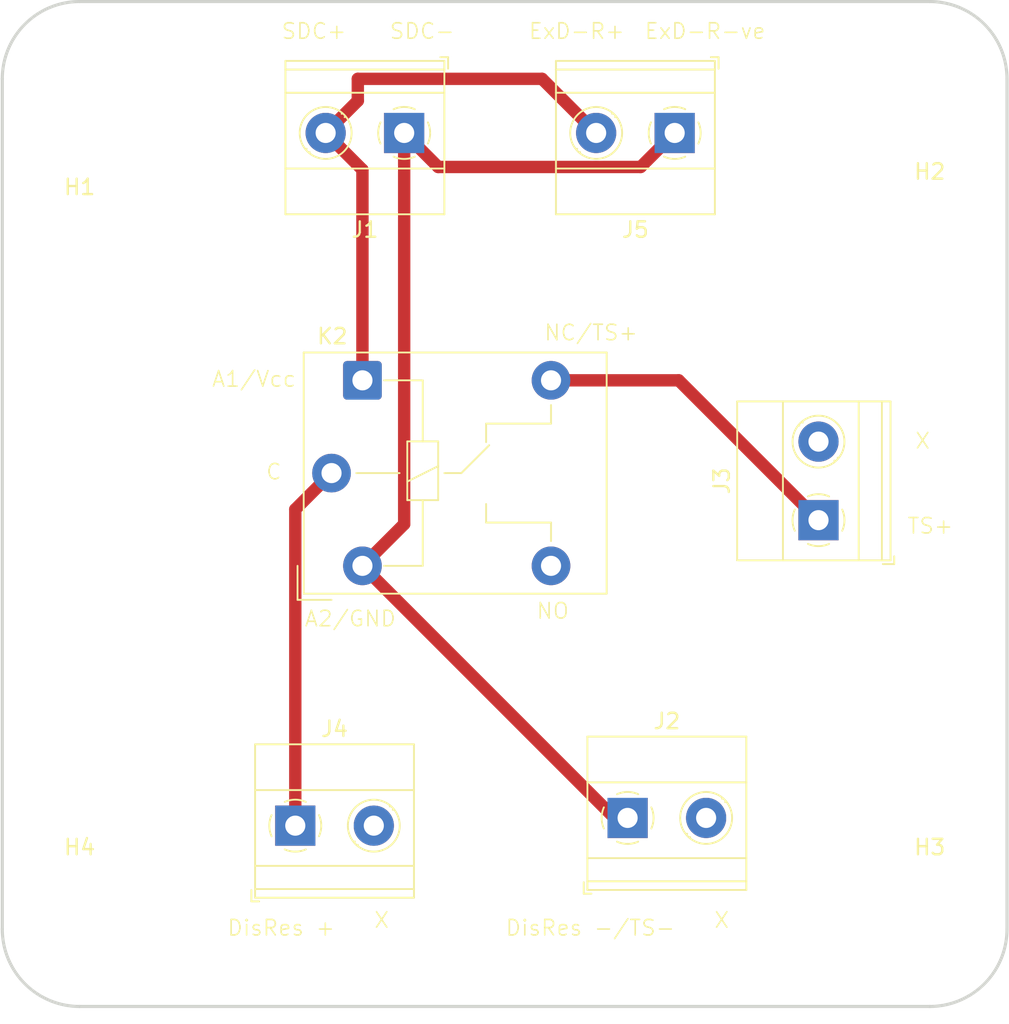
<source format=kicad_pcb>
(kicad_pcb (version 20240108) (generator "pcbnew") (generator_version "8.0")
  (layers (0 "F.Cu" signal) (31 "B.Cu" signal) (34 "B.Paste" user) (35 "F.Paste" user) (36 "B.SilkS" user "B.Silkscreen") (37 "F.SilkS" user "F.Silkscreen") (38 "B.Mask" user) (39 "F.Mask" user) (44 "Edge.Cuts" user))
  (net 0 "")
  (net 1 "+12V")
  (net 2 "Dis Resistor -ve")
  (net 3 "TS+")
  (net 4 "Dis Resistor +ve")
  (footprint "Relay_THT:Relay_SPDT_Hongfa_HF3F-L-xx-1ZL1T" (layer "F.Cu") (at 157.8 71)
    (property "Reference" "K2" (at -1.95 -2.85 0) (layer "F.SilkS"))
    (property "Value" "Fujitsu_FTR-LYCA005x")
    (fp_line (start -4.2 12) (end -4.2 14.2) (stroke (width 0.12)) (layer "F.SilkS"))
    (fp_line (start -4.2 14.2) (end -2 14.2) (stroke (width 0.12)) (layer "F.SilkS"))
    (fp_line (start -3.8 -1.8) (end -3.8 13.8) (stroke (width 0.12)) (layer "F.SilkS"))
    (fp_line (start -3.8 13.8) (end 15.8 13.8) (stroke (width 0.12)) (layer "F.SilkS"))
    (fp_line (start -0.4 6) (end 2.4 6) (stroke (width 0.12)) (layer "F.SilkS"))
    (fp_line (start 2.9 3.95) (end 2.9 7.75) (stroke (width 0.12)) (layer "F.SilkS"))
    (fp_line (start 2.9 7.75) (end 4.9 7.75) (stroke (width 0.12)) (layer "F.SilkS"))
    (fp_line (start 3.9 0) (end 1.4 0) (stroke (width 0.12)) (layer "F.SilkS"))
    (fp_line (start 3.9 3.95) (end 3.9 0) (stroke (width 0.12)) (layer "F.SilkS"))
    (fp_line (start 3.9 7.75) (end 3.9 12) (stroke (width 0.12)) (layer "F.SilkS"))
    (fp_line (start 3.9 12) (end 1.4 12) (stroke (width 0.12)) (layer "F.SilkS"))
    (fp_line (start 4.9 3.95) (end 2.9 3.95) (stroke (width 0.12)) (layer "F.SilkS"))
    (fp_line (start 4.9 5.55) (end 2.9 6.55) (stroke (width 0.12)) (layer "F.SilkS"))
    (fp_line (start 4.9 7.75) (end 4.9 3.95) (stroke (width 0.12)) (layer "F.SilkS"))
    (fp_line (start 6.4 6) (end 5.3 6) (stroke (width 0.12)) (layer "F.SilkS"))
    (fp_line (start 6.4 6) (end 8.2 4.2) (stroke (width 0.12)) (layer "F.SilkS"))
    (fp_line (start 8 2.8) (end 8 4) (stroke (width 0.12)) (layer "F.SilkS"))
    (fp_line (start 8 9.2) (end 8 8) (stroke (width 0.12)) (layer "F.SilkS"))
    (fp_line (start 12.2 1.6) (end 12.2 2.8) (stroke (width 0.12)) (layer "F.SilkS"))
    (fp_line (start 12.2 2.8) (end 8 2.8) (stroke (width 0.12)) (layer "F.SilkS"))
    (fp_line (start 12.2 9.2) (end 8 9.2) (stroke (width 0.12)) (layer "F.SilkS"))
    (fp_line (start 12.2 10.4) (end 12.2 9.2) (stroke (width 0.12)) (layer "F.SilkS"))
    (fp_line (start 15.8 -1.8) (end -3.8 -1.8) (stroke (width 0.12)) (layer "F.SilkS"))
    (fp_line (start 15.8 13.8) (end 15.8 -1.8) (stroke (width 0.12)) (layer "F.SilkS"))
    (pad "11" thru_hole circle (at -2 6) (size 2.5 2.5) (drill 1.3) (layers "*.Cu" "*.Mask") (net 4 "Dis Resistor +ve"))
    (pad "12" thru_hole circle (at 12.2 0) (size 2.5 2.5) (drill 1.3) (layers "*.Cu" "*.Mask") (net 3 "TS+"))
    (pad "14" thru_hole circle (at 12.2 12) (size 2.5 2.5) (drill 1.3) (layers "*.Cu" "*.Mask"))
    (pad "A1" thru_hole roundrect (at 0 0) (size 2.5 2.5) (drill 1.3) (layers "*.Cu" "*.Mask") (roundrect_rratio 0.1) (net 1 "+12V"))
    (pad "A2" thru_hole circle (at 0 12) (size 2.5 2.5) (drill 1.3) (layers "*.Cu" "*.Mask") (net 2 "Dis Resistor -ve"))
  )
  (footprint "TerminalBlock_Phoenix:TerminalBlock_Phoenix_MKDS-1,5-2-5.08_1x02_P5.08mm_Horizontal" (layer "F.Cu") (at 174.955 99.305)
    (property "Reference" "J2" (at 2.54 -6.26 0) (layer "F.SilkS"))
    (property "Value" "Conn_01x01_Pin")
    (fp_line (start -2.84 4.16) (end -2.84 4.9) (stroke (width 0.12)) (layer "F.SilkS"))
    (fp_line (start -2.84 4.9) (end -2.34 4.9) (stroke (width 0.12)) (layer "F.SilkS"))
    (fp_line (start -2.6 -5.261) (end -2.6 4.66) (stroke (width 0.12)) (layer "F.SilkS"))
    (fp_line (start -2.6 -5.261) (end 7.68 -5.261) (stroke (width 0.12)) (layer "F.SilkS"))
    (fp_line (start -2.6 -2.301) (end 7.68 -2.301) (stroke (width 0.12)) (layer "F.SilkS"))
    (fp_line (start -2.6 2.6) (end 7.68 2.6) (stroke (width 0.12)) (layer "F.SilkS"))
    (fp_line (start -2.6 4.1) (end 7.68 4.1) (stroke (width 0.12)) (layer "F.SilkS"))
    (fp_line (start -2.6 4.66) (end 7.68 4.66) (stroke (width 0.12)) (layer "F.SilkS"))
    (fp_line (start 3.853 1.023) (end 3.806 1.069) (stroke (width 0.12)) (layer "F.SilkS"))
    (fp_line (start 4.046 1.239) (end 4.011 1.274) (stroke (width 0.12)) (layer "F.SilkS"))
    (fp_line (start 6.15 -1.275) (end 6.115 -1.239) (stroke (width 0.12)) (layer "F.SilkS"))
    (fp_line (start 6.355 -1.069) (end 6.308 -1.023) (stroke (width 0.12)) (layer "F.SilkS"))
    (fp_line (start 7.68 -5.261) (end 7.68 4.66) (stroke (width 0.12)) (layer "F.SilkS"))
    (fp_arc (start -1.535427 0.683042) (mid -1.680501 -0.000524) (end -1.535 -0.684) (stroke (width 0.12)) (layer "F.SilkS"))
    (fp_arc (start -0.683042 -1.535427) (mid 0.000524 -1.680501) (end 0.684 -1.535) (stroke (width 0.12)) (layer "F.SilkS"))
    (fp_arc (start 0.028805 1.680253) (mid -0.335551 1.646659) (end -0.684 1.535) (stroke (width 0.12)) (layer "F.SilkS"))
    (fp_arc (start 0.683318 1.534756) (mid 0.349292 1.643288) (end 0 1.68) (stroke (width 0.12)) (layer "F.SilkS"))
    (fp_arc (start 1.535427 -0.683042) (mid 1.680501 0.000524) (end 1.535 0.684) (stroke (width 0.12)) (layer "F.SilkS"))
    (fp_circle (center 5.08 0) (end 6.76 0) (stroke (width 0.12)) (fill none) (layer "F.SilkS"))
    (pad "1" thru_hole rect (at 0 0) (size 2.6 2.6) (drill 1.3) (layers "*.Cu" "*.Mask") (net 2 "Dis Resistor -ve"))
    (pad "2" thru_hole circle (at 5.08 0) (size 2.6 2.6) (drill 1.3) (layers "*.Cu" "*.Mask"))
  )
  (footprint "TerminalBlock_Phoenix:TerminalBlock_Phoenix_MKDS-1,5-2-5.08_1x02_P5.08mm_Horizontal" (layer "F.Cu") (at 178 55 180)
    (property "Reference" "J5" (at 2.54 -6.26 0) (layer "F.SilkS"))
    (property "Value" "Conn_01x02_Pin")
    (fp_line (start 7.68 -5.261) (end 7.68 4.66) (stroke (width 0.12)) (layer "F.SilkS"))
    (fp_line (start 6.355 -1.069) (end 6.308 -1.023) (stroke (width 0.12)) (layer "F.SilkS"))
    (fp_line (start 6.15 -1.275) (end 6.115 -1.239) (stroke (width 0.12)) (layer "F.SilkS"))
    (fp_line (start 4.046 1.239) (end 4.011 1.274) (stroke (width 0.12)) (layer "F.SilkS"))
    (fp_line (start 3.853 1.023) (end 3.806 1.069) (stroke (width 0.12)) (layer "F.SilkS"))
    (fp_line (start -2.6 4.66) (end 7.68 4.66) (stroke (width 0.12)) (layer "F.SilkS"))
    (fp_line (start -2.6 4.1) (end 7.68 4.1) (stroke (width 0.12)) (layer "F.SilkS"))
    (fp_line (start -2.6 2.6) (end 7.68 2.6) (stroke (width 0.12)) (layer "F.SilkS"))
    (fp_line (start -2.6 -2.301) (end 7.68 -2.301) (stroke (width 0.12)) (layer "F.SilkS"))
    (fp_line (start -2.6 -5.261) (end 7.68 -5.261) (stroke (width 0.12)) (layer "F.SilkS"))
    (fp_line (start -2.6 -5.261) (end -2.6 4.66) (stroke (width 0.12)) (layer "F.SilkS"))
    (fp_line (start -2.84 4.9) (end -2.34 4.9) (stroke (width 0.12)) (layer "F.SilkS"))
    (fp_line (start -2.84 4.16) (end -2.84 4.9) (stroke (width 0.12)) (layer "F.SilkS"))
    (fp_arc (start 1.535427 -0.683042) (mid 1.680501 0.000524) (end 1.535 0.684) (stroke (width 0.12)) (layer "F.SilkS"))
    (fp_arc (start 0.683318 1.534756) (mid 0.349292 1.643288) (end 0 1.68) (stroke (width 0.12)) (layer "F.SilkS"))
    (fp_arc (start 0.028805 1.680253) (mid -0.335551 1.646659) (end -0.684 1.535) (stroke (width 0.12)) (layer "F.SilkS"))
    (fp_arc (start -0.683042 -1.535427) (mid 0.000524 -1.680501) (end 0.684 -1.535) (stroke (width 0.12)) (layer "F.SilkS"))
    (fp_arc (start -1.535427 0.683042) (mid -1.680501 -0.000524) (end -1.535 -0.684) (stroke (width 0.12)) (layer "F.SilkS"))
    (fp_circle (center 5.08 0) (end 6.76 0) (stroke (width 0.12)) (fill none) (layer "F.SilkS"))
    (pad "1" thru_hole rect (at 0 0 180) (size 2.6 2.6) (drill 1.3) (layers "*.Cu" "*.Mask") (net 2 "Dis Resistor -ve"))
    (pad "2" thru_hole circle (at 5.08 0 180) (size 2.6 2.6) (drill 1.3) (layers "*.Cu" "*.Mask") (net 1 "+12V"))
  )
  (footprint "MountingHole:MountingHole_4.3mm_M4" (layer "F.Cu") (at 139.5 51.5)
    (property "Reference" "H1" (at 0 7 0) (layer "F.SilkS"))
    (property "Value" "MountingHole")
    (pad "" np_thru_hole circle (at 0 0) (size 4.3 4.3) (drill 4.3) (layers "*.Cu" "*.Mask"))
  )
  (footprint "MountingHole:MountingHole_4.3mm_M4" (layer "F.Cu") (at 139.5 106.5)
    (property "Reference" "H4" (at 0 -5.3 0) (layer "F.SilkS"))
    (property "Value" "MountingHole")
    (pad "" np_thru_hole circle (at 0 0) (size 4.3 4.3) (drill 4.3) (layers "*.Cu" "*.Mask"))
  )
  (footprint "MountingHole:MountingHole_4.3mm_M4" (layer "F.Cu") (at 194.5 106.5)
    (property "Reference" "H3" (at 0 -5.3 0) (layer "F.SilkS"))
    (property "Value" "MountingHole")
    (pad "" np_thru_hole circle (at 0 0) (size 4.3 4.3) (drill 4.3) (layers "*.Cu" "*.Mask"))
  )
  (footprint "TerminalBlock_Phoenix:TerminalBlock_Phoenix_MKDS-1,5-2-5.08_1x02_P5.08mm_Horizontal" (layer "F.Cu") (at 187.305 80.045 90)
    (property "Reference" "J3" (at 2.54 -6.26 90) (layer "F.SilkS"))
    (property "Value" "Conn_01x01_Pin")
    (fp_line (start 7.68 -5.261) (end 7.68 4.66) (stroke (width 0.12)) (layer "F.SilkS"))
    (fp_line (start -2.6 -5.261) (end 7.68 -5.261) (stroke (width 0.12)) (layer "F.SilkS"))
    (fp_line (start -2.6 -5.261) (end -2.6 4.66) (stroke (width 0.12)) (layer "F.SilkS"))
    (fp_line (start -2.6 -2.301) (end 7.68 -2.301) (stroke (width 0.12)) (layer "F.SilkS"))
    (fp_line (start 6.15 -1.275) (end 6.115 -1.239) (stroke (width 0.12)) (layer "F.SilkS"))
    (fp_line (start 6.355 -1.069) (end 6.308 -1.023) (stroke (width 0.12)) (layer "F.SilkS"))
    (fp_line (start 3.853 1.023) (end 3.806 1.069) (stroke (width 0.12)) (layer "F.SilkS"))
    (fp_line (start 4.046 1.239) (end 4.011 1.274) (stroke (width 0.12)) (layer "F.SilkS"))
    (fp_line (start -2.6 2.6) (end 7.68 2.6) (stroke (width 0.12)) (layer "F.SilkS"))
    (fp_line (start -2.6 4.1) (end 7.68 4.1) (stroke (width 0.12)) (layer "F.SilkS"))
    (fp_line (start -2.84 4.16) (end -2.84 4.9) (stroke (width 0.12)) (layer "F.SilkS"))
    (fp_line (start -2.6 4.66) (end 7.68 4.66) (stroke (width 0.12)) (layer "F.SilkS"))
    (fp_line (start -2.84 4.9) (end -2.34 4.9) (stroke (width 0.12)) (layer "F.SilkS"))
    (fp_arc (start -0.683042 -1.535427) (mid 0.000524 -1.680501) (end 0.684 -1.535) (stroke (width 0.12)) (layer "F.SilkS"))
    (fp_arc (start 1.535427 -0.683042) (mid 1.680501 0.000524) (end 1.535 0.684) (stroke (width 0.12)) (layer "F.SilkS"))
    (fp_arc (start -1.535427 0.683042) (mid -1.680501 -0.000524) (end -1.535 -0.684) (stroke (width 0.12)) (layer "F.SilkS"))
    (fp_arc (start 0.683318 1.534756) (mid 0.349292 1.643288) (end 0 1.68) (stroke (width 0.12)) (layer "F.SilkS"))
    (fp_arc (start 0.028805 1.680253) (mid -0.335551 1.646659) (end -0.684 1.535) (stroke (width 0.12)) (layer "F.SilkS"))
    (fp_circle (center 5.08 0) (end 6.76 0) (stroke (width 0.12)) (fill none) (layer "F.SilkS"))
    (pad "1" thru_hole rect (at 0 0 90) (size 2.6 2.6) (drill 1.3) (layers "*.Cu" "*.Mask") (net 3 "TS+"))
    (pad "2" thru_hole circle (at 5.08 0 90) (size 2.6 2.6) (drill 1.3) (layers "*.Cu" "*.Mask"))
  )
  (footprint "TerminalBlock_Phoenix:TerminalBlock_Phoenix_MKDS-1,5-2-5.08_1x02_P5.08mm_Horizontal" (layer "F.Cu") (at 160.5 55 180)
    (property "Reference" "J1" (at 2.54 -6.26 0) (layer "F.SilkS"))
    (property "Value" "Screw_Terminal_01x02")
    (fp_line (start 7.68 -5.261) (end 7.68 4.66) (stroke (width 0.12)) (layer "F.SilkS"))
    (fp_line (start 6.355 -1.069) (end 6.308 -1.023) (stroke (width 0.12)) (layer "F.SilkS"))
    (fp_line (start 6.15 -1.275) (end 6.115 -1.239) (stroke (width 0.12)) (layer "F.SilkS"))
    (fp_line (start 4.046 1.239) (end 4.011 1.274) (stroke (width 0.12)) (layer "F.SilkS"))
    (fp_line (start 3.853 1.023) (end 3.806 1.069) (stroke (width 0.12)) (layer "F.SilkS"))
    (fp_line (start -2.6 4.66) (end 7.68 4.66) (stroke (width 0.12)) (layer "F.SilkS"))
    (fp_line (start -2.6 4.1) (end 7.68 4.1) (stroke (width 0.12)) (layer "F.SilkS"))
    (fp_line (start -2.6 2.6) (end 7.68 2.6) (stroke (width 0.12)) (layer "F.SilkS"))
    (fp_line (start -2.6 -2.301) (end 7.68 -2.301) (stroke (width 0.12)) (layer "F.SilkS"))
    (fp_line (start -2.6 -5.261) (end 7.68 -5.261) (stroke (width 0.12)) (layer "F.SilkS"))
    (fp_line (start -2.6 -5.261) (end -2.6 4.66) (stroke (width 0.12)) (layer "F.SilkS"))
    (fp_line (start -2.84 4.9) (end -2.34 4.9) (stroke (width 0.12)) (layer "F.SilkS"))
    (fp_line (start -2.84 4.16) (end -2.84 4.9) (stroke (width 0.12)) (layer "F.SilkS"))
    (fp_arc (start 1.535427 -0.683042) (mid 1.680501 0.000524) (end 1.535 0.684) (stroke (width 0.12)) (layer "F.SilkS"))
    (fp_arc (start 0.683318 1.534756) (mid 0.349292 1.643288) (end 0 1.68) (stroke (width 0.12)) (layer "F.SilkS"))
    (fp_arc (start 0.028805 1.680253) (mid -0.335551 1.646659) (end -0.684 1.535) (stroke (width 0.12)) (layer "F.SilkS"))
    (fp_arc (start -0.683042 -1.535427) (mid 0.000524 -1.680501) (end 0.684 -1.535) (stroke (width 0.12)) (layer "F.SilkS"))
    (fp_arc (start -1.535427 0.683042) (mid -1.680501 -0.000524) (end -1.535 -0.684) (stroke (width 0.12)) (layer "F.SilkS"))
    (fp_circle (center 5.08 0) (end 6.76 0) (stroke (width 0.12)) (fill none) (layer "F.SilkS"))
    (pad "1" thru_hole rect (at 0 0 180) (size 2.6 2.6) (drill 1.3) (layers "*.Cu" "*.Mask") (net 2 "Dis Resistor -ve"))
    (pad "2" thru_hole circle (at 5.08 0 180) (size 2.6 2.6) (drill 1.3) (layers "*.Cu" "*.Mask") (net 1 "+12V"))
  )
  (footprint "MountingHole:MountingHole_4.3mm_M4" (layer "F.Cu") (at 194.5 51.5)
    (property "Reference" "H2" (at 0 6 0) (layer "F.SilkS"))
    (property "Value" "MountingHole")
    (pad "" np_thru_hole circle (at 0 0) (size 4.3 4.3) (drill 4.3) (layers "*.Cu" "*.Mask"))
  )
  (footprint "TerminalBlock_Phoenix:TerminalBlock_Phoenix_MKDS-1,5-2-5.08_1x02_P5.08mm_Horizontal" (layer "F.Cu") (at 153.455 99.805)
    (property "Reference" "J4" (at 2.54 -6.26 0) (layer "F.SilkS"))
    (property "Value" "Conn_01x01_Pin")
    (fp_line (start -2.84 4.16) (end -2.84 4.9) (stroke (width 0.12)) (layer "F.SilkS"))
    (fp_line (start -2.84 4.9) (end -2.34 4.9) (stroke (width 0.12)) (layer "F.SilkS"))
    (fp_line (start -2.6 -5.261) (end -2.6 4.66) (stroke (width 0.12)) (layer "F.SilkS"))
    (fp_line (start -2.6 -5.261) (end 7.68 -5.261) (stroke (width 0.12)) (layer "F.SilkS"))
    (fp_line (start -2.6 -2.301) (end 7.68 -2.301) (stroke (width 0.12)) (layer "F.SilkS"))
    (fp_line (start -2.6 2.6) (end 7.68 2.6) (stroke (width 0.12)) (layer "F.SilkS"))
    (fp_line (start -2.6 4.1) (end 7.68 4.1) (stroke (width 0.12)) (layer "F.SilkS"))
    (fp_line (start -2.6 4.66) (end 7.68 4.66) (stroke (width 0.12)) (layer "F.SilkS"))
    (fp_line (start 3.853 1.023) (end 3.806 1.069) (stroke (width 0.12)) (layer "F.SilkS"))
    (fp_line (start 4.046 1.239) (end 4.011 1.274) (stroke (width 0.12)) (layer "F.SilkS"))
    (fp_line (start 6.15 -1.275) (end 6.115 -1.239) (stroke (width 0.12)) (layer "F.SilkS"))
    (fp_line (start 6.355 -1.069) (end 6.308 -1.023) (stroke (width 0.12)) (layer "F.SilkS"))
    (fp_line (start 7.68 -5.261) (end 7.68 4.66) (stroke (width 0.12)) (layer "F.SilkS"))
    (fp_arc (start -1.535427 0.683042) (mid -1.680501 -0.000524) (end -1.535 -0.684) (stroke (width 0.12)) (layer "F.SilkS"))
    (fp_arc (start -0.683042 -1.535427) (mid 0.000524 -1.680501) (end 0.684 -1.535) (stroke (width 0.12)) (layer "F.SilkS"))
    (fp_arc (start 0.028805 1.680253) (mid -0.335551 1.646659) (end -0.684 1.535) (stroke (width 0.12)) (layer "F.SilkS"))
    (fp_arc (start 0.683318 1.534756) (mid 0.349292 1.643288) (end 0 1.68) (stroke (width 0.12)) (layer "F.SilkS"))
    (fp_arc (start 1.535427 -0.683042) (mid 1.680501 0.000524) (end 1.535 0.684) (stroke (width 0.12)) (layer "F.SilkS"))
    (fp_circle (center 5.08 0) (end 6.76 0) (stroke (width 0.12)) (fill none) (layer "F.SilkS"))
    (pad "1" thru_hole rect (at 0 0) (size 2.6 2.6) (drill 1.3) (layers "*.Cu" "*.Mask") (net 4 "Dis Resistor +ve"))
    (pad "2" thru_hole circle (at 5.08 0) (size 2.6 2.6) (drill 1.3) (layers "*.Cu" "*.Mask"))
  )
  (gr_arc (start 199.5 106.5) (mid 198.035534 110.035534) (end 194.5 111.5) (stroke (width 0.2)) (layer "Edge.Cuts"))
  (gr_arc (start 194.5 46.5) (mid 198.035534 47.964466) (end 199.5 51.5) (stroke (width 0.2)) (layer "Edge.Cuts"))
  (gr_line (start 139.5 46.5) (end 194.5 46.5) (stroke (width 0.2)) (layer "Edge.Cuts"))
  (gr_arc (start 134.5 51.5) (mid 135.964466 47.964466) (end 139.5 46.5) (stroke (width 0.2)) (layer "Edge.Cuts"))
  (gr_line (start 134.5 51.5) (end 134.5 106.5) (stroke (width 0.2)) (layer "Edge.Cuts"))
  (gr_arc (start 139.5 111.5) (mid 135.964466 110.035534) (end 134.5 106.5) (stroke (width 0.2)) (layer "Edge.Cuts"))
  (gr_line (start 139.5 111.5) (end 194.5 111.5) (stroke (width 0.2)) (layer "Edge.Cuts"))
  (gr_line (start 199.5 51.5) (end 199.5 106.5) (stroke (width 0.2)) (layer "Edge.Cuts"))
  (gr_text "NO" (at 169 86.5 0) (layer "F.SilkS") (effects (font (size 1 1) (thickness 0.1)) (justify left bottom)))
  (gr_text "NC/TS+" (at 169.5 68.5 0) (layer "F.SilkS") (effects (font (size 1 1) (thickness 0.1)) (justify left bottom)))
  (gr_text "DisRes -/TS-" (at 167 107 0) (layer "F.SilkS") (effects (font (size 1 1) (thickness 0.1)) (justify left bottom)))
  (gr_text "SDC-" (at 159.5 49 0) (layer "F.SilkS") (effects (font (size 1 1) (thickness 0.1)) (justify left bottom)))
  (gr_text "ExD-R-ve" (at 176 49 0) (layer "F.SilkS") (effects (font (size 1 1) (thickness 0.1)) (justify left bottom)))
  (gr_text "X" (at 158.5 106.5 0) (layer "F.SilkS") (effects (font (size 1 1) (thickness 0.1)) (justify left bottom)))
  (gr_text "ExD-R+" (at 168.5 49 0) (layer "F.SilkS") (effects (font (size 1 1) (thickness 0.1)) (justify left bottom)))
  (gr_text "A2/GND" (at 154 87 0) (layer "F.SilkS") (effects (font (size 1 1) (thickness 0.1)) (justify left bottom)))
  (gr_text "C" (at 151.5 77.5 0) (layer "F.SilkS") (effects (font (size 1 1) (thickness 0.1)) (justify left bottom)))
  (gr_text "SDC+" (at 152.5 49 0) (layer "F.SilkS") (effects (font (size 1 1) (thickness 0.1)) (justify left bottom)))
  (gr_text "A1/Vcc" (at 148 71.5 0) (layer "F.SilkS") (effects (font (size 1 1) (thickness 0.1)) (justify left bottom)))
  (gr_text "X" (at 180.5 106.5 0) (layer "F.SilkS") (effects (font (size 1 1) (thickness 0.1)) (justify left bottom)))
  (gr_text "TS+" (at 193 81 0) (layer "F.SilkS") (effects (font (size 1 1) (thickness 0.1)) (justify left bottom)))
  (gr_text "X" (at 193.5 75.5 0) (layer "F.SilkS") (effects (font (size 1 1) (thickness 0.1)) (justify left bottom)))
  (gr_text "DisRes +" (at 149 107 0) (layer "F.SilkS") (effects (font (size 1 1) (thickness 0.1)) (justify left bottom)))
  (segment (start 169.42 51.5) (end 172.92 55) (width 0.8) (layer "F.Cu") (net 1))
  (segment (start 155.42 55) (end 157.5 52.92) (width 0.8) (layer "F.Cu") (net 1))
  (segment (start 157.5 52.92) (end 157.5 51.5) (width 0.8) (layer "F.Cu") (net 1))
  (segment (start 155.42 55) (end 157.8 57.38) (width 0.8) (layer "F.Cu") (net 1))
  (segment (start 157.8 57.38) (end 157.8 71) (width 0.8) (layer "F.Cu") (net 1))
  (segment (start 157.5 51.5) (end 169.42 51.5) (width 0.8) (layer "F.Cu") (net 1))
  (segment (start 157.8 83) (end 160.5 80.3) (width 0.8) (layer "F.Cu") (net 2))
  (segment (start 174.955 99.305) (end 174.105 99.305) (width 0.8) (layer "F.Cu") (net 2))
  (segment (start 174.105 99.305) (end 157.8 83) (width 0.8) (layer "F.Cu") (net 2))
  (segment (start 160.5 80.3) (end 160.5 55) (width 0.8) (layer "F.Cu") (net 2))
  (segment (start 160.5 55) (end 162.7 57.2) (width 0.8) (layer "F.Cu") (net 2))
  (segment (start 162.7 57.2) (end 175.8 57.2) (width 0.8) (layer "F.Cu") (net 2))
  (segment (start 175.8 57.2) (end 178 55) (width 0.8) (layer "F.Cu") (net 2))
  (segment (start 170 71) (end 178.26 71) (width 0.8) (layer "F.Cu") (net 3))
  (segment (start 178.26 71) (end 187.305 80.045) (width 0.8) (layer "F.Cu") (net 3))
  (segment (start 153.455 99.805) (end 153.455 79.345) (width 0.8) (layer "F.Cu") (net 4))
  (segment (start 153.455 79.345) (end 155.8 77) (width 0.8) (layer "F.Cu") (net 4))
)
</source>
